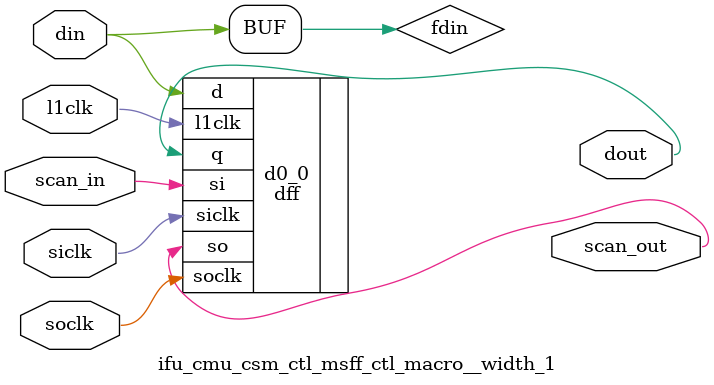
<source format=v>
module ifu_cmu_csm_ctl (
  l1clk, 
  scan_in, 
  spc_aclk, 
  spc_bclk, 
  ftu_cmiss, 
  ftu_redirect, 
  ftu_inv_req, 
  lsc_l15_valid, 
  mct_fill_complete, 
  cmu_data_ready, 
  cmu_has_dup_miss, 
  cmu_mbhit_c, 
  mct_rst_dupmiss, 
  mct_ignore_cmiss, 
  mdp_mbhit_q, 
  csm_valid_req, 
  cmu_null_st, 
  cmu_dupmiss_st, 
  cmu_req_st, 
  cmu_canleave_st, 
  scan_out) ;
wire siclk;
wire soclk;
wire inv_req_reg_scanin;
wire inv_req_reg_scanout;
wire inv_req_ff;
wire redirect_reg_scanin;
wire redirect_reg_scanout;
wire ftu_redirect_lat;
wire go_to_null_state;
wire null_state;
wire req_state;
wire canleave_state;
wire fillwait_state;
wire dupmiss_state;
wire invreq_state;
wire next_null_state_;
wire null_state_;
wire null_state_reg_scanin;
wire null_state_reg_scanout;
wire go_to_req_state;
wire next_req_state;
wire req_state_reg_scanin;
wire req_state_reg_scanout;
wire go_to_canleave_state;
wire next_canleave_state;
wire canleave_state_reg_scanin;
wire canleave_state_reg_scanout;
wire go_to_retwait_state;
wire retwait_state;
wire next_retwait_state;
wire retwait_state_reg_scanin;
wire retwait_state_reg_scanout;
wire go_to_fillwait_state;
wire next_fillwait_state;
wire fillwait_state_reg_scanin;
wire fillwait_state_reg_scanout;
wire go_to_dupmiss_state;
wire next_dupmiss_state;
wire dupmiss_state_reg_scanin;
wire dupmiss_state_reg_scanout;
wire go_to_invreq_state;
wire next_invreq_state;
wire invreq_state_reg_scanin;
wire invreq_state_reg_scanout;


input l1clk;
input scan_in;
input spc_aclk;
input spc_bclk;

input ftu_cmiss;            // cmiss request
input ftu_redirect;         // indicates the thread is flushed/redirected
input ftu_inv_req;          // invalidation request
input lsc_l15_valid;        // req sent to gkt
input mct_fill_complete;    // indicates that fill has been completed

input cmu_data_ready;       // gkt rtn data and is ready to be written to I$
input cmu_has_dup_miss;     // from MB ctl logic, current thread has outstanding duplicate miss.
input cmu_mbhit_c;          // from MB ctl logic, current thread hits in missbuff, it is not real miss

input mct_rst_dupmiss;      // comes on with data_ready, all dup miss waiting on current thread are reset.
input mct_ignore_cmiss;     // current cmiss is a duplicate miss which needs to be ignored, data sent to I$.
input mdp_mbhit_q;          // A qualified mbhit


output csm_valid_req;         // valid request indicator
output cmu_null_st;
output    cmu_dupmiss_st;
output    cmu_req_st;
output    cmu_canleave_st;

   

output scan_out;

// scan renames
assign siclk = spc_aclk;
assign soclk = spc_bclk;
// end scan


// flop inv_req.
// It means that inv_req will not take part in arbitration for
// two cycles after it arrives.
ifu_cmu_csm_ctl_msff_ctl_macro__width_1 inv_req_reg  (
 .scan_in(inv_req_reg_scanin),
 .scan_out(inv_req_reg_scanout),
 .l1clk(l1clk),
 .din  (ftu_inv_req),
 .dout (inv_req_ff),
  .siclk(siclk),
  .soclk(soclk)
);

// flop ftu_redirect
// use the delayed version for qualifying valid req.
// clearing of wom bits in mct should also use delayed version.
// use raw version to clear dup miss states

ifu_cmu_csm_ctl_msff_ctl_macro__width_1 redirect_reg  (
 .scan_in(redirect_reg_scanin),
 .scan_out(redirect_reg_scanout),
 .l1clk(l1clk),
 .din  (ftu_redirect),
 .dout (ftu_redirect_lat),
  .siclk(siclk),
  .soclk(soclk)
);

///////////////////////////////////////////////////
// CASE STATEMENT DESCRIPTION OF TSM MACHINE
///////////////////////////////////////////////////
//case(`CSM_STATE)
//  `NULL_ST:
//    if (~(ftu_cmiss & ~mct_ignore_cmiss) & ~inv_req_ff)
//      next_state = `NULL_ST;
//    if (ftu_cmiss & ~cmu_mbhit_c)
//      next_state = `REQ_ST;
//    if (ftu_cmiss & cmu_mbhit_c & ~ignore_cmiss)
//      next_state = `DUPMISS_ST;
//    if (inv_req_ff)
//      next_state = `INVREQ_ST;
//
//  `REQ_ST:
//    if (lsc_l15_valid)
//      next_state = `RETWAIT_ST;
//    if (~lsc_l15_valid & ftu_redirect_lat & cmu_has_dup_miss)
//      next_state = `CANLEAVE_ST;
//    if (~lsc_l15_valid & ftu_redirect_lat & ~cmu_has_dup_miss & mdp_mbhit_q)
//      next_state = `CANLEAVE_ST;
//    if (~lsc_l15_valid & ftu_redirect_lat & ~cmu_has_dup_miss & ~mdp_mbhit_q)
//      next_state = `NULL_ST;
//    if (~lsc_l15_valid & ~ftu_redirect_lat)
//      next_state = `REQ_ST;
//
//  `CANLEAVE_ST:
//    if (lsc_l15_valid)
//      next_state = `RETWAIT_ST;
//    if (~lsc_l15_valid & ~cmu_has_dup_miss & ~mdp_mbhit_q)
//      next_state = `NULL_ST;
//    if (~lsc_l15_valid & cmu_has_dup_miss)
//      next_state = `CANLEAVE_ST;
//    if (~lsc_l15_valid & mdp_mbhit_q)
//      next_state = `CANLEAVE_ST;
//
//  `RETWAIT_ST:
//    if (~cmu_data_ready)
//      next_state = `RETWAIT_ST;
//    if (cmu_data_ready)
//      next_state = `FILLWAIT_ST;
//
//  `FILLWAIT_ST:
//    if (~mct_fill_complete)
//      next_state = `FILLWAIT_ST;
//    if (mct_fill_complete)
//      next_state = `NULL_ST;
//
//  `DUPMISS_ST:
//    if (~ftu_redirect & ~mct_rst_dupmiss)
//      next_state = `DUPMISS_ST;
//    if (ftu_redirect | mct_rst_dupmiss)
//      next_state = `NULL_ST;
//
//  `INVREQ_ST:
//    if (lsc_l15_valid)
//      next_state = `NULL_ST;
//    if (~lsc_l15_valid)
//      next_state = `INVREQ_ST;
//
// endcase
//
// 

// 0in one_hot -var {null_state,req_state,canleave_state,retwait_state,fillwait_state,dupmiss_state,invreq_state}
////////////////////////////////////////////////////////
// NULL STATE
////////////////////////////////////////////////////////
// cmu_mbhit_c indicates a duplicate miss
// ignore_cmiss indicates a duplicate miss which needs to be ignored
//
// null_st is default state.
// 
assign go_to_null_state = (null_state & ~(ftu_cmiss & ~mct_ignore_cmiss) & ~inv_req_ff)  | 
                          (req_state & ~lsc_l15_valid & ftu_redirect_lat & ~cmu_has_dup_miss & ~mdp_mbhit_q) |
                          (canleave_state & ~lsc_l15_valid & ~cmu_has_dup_miss & ~mdp_mbhit_q) |
                          (fillwait_state & mct_fill_complete)  |
                          (dupmiss_state & (ftu_redirect | mct_rst_dupmiss)) |
                          (invreq_state & lsc_l15_valid);

assign next_null_state_ = ~go_to_null_state;

assign null_state       = ~null_state_;

ifu_cmu_csm_ctl_msff_ctl_macro__width_1 null_state_reg  (
 .scan_in(null_state_reg_scanin),
 .scan_out(null_state_reg_scanout),
 .l1clk(l1clk),
 .din  (next_null_state_),
 .dout (null_state_),
  .siclk(siclk),
  .soclk(soclk)
);

////////////////////////////////////////////////////////
// REQUEST STATE
////////////////////////////////////////////////////////
// Go to request state on a real miss
// Stay in request state until the request is sent out or redirect.
assign go_to_req_state  = (null_state & ftu_cmiss & ~cmu_mbhit_c) | 
                          (req_state & ~lsc_l15_valid & ~ftu_redirect_lat) ;

assign next_req_state   = go_to_req_state;

ifu_cmu_csm_ctl_msff_ctl_macro__width_1 req_state_reg  (
 .scan_in(req_state_reg_scanin),
 .scan_out(req_state_reg_scanout),
 .l1clk(l1clk),
 .din  (next_req_state),
 .dout (req_state),
  .siclk(siclk),
  .soclk(soclk)
);

////////////////////////////////////////////////////////
// CANLEAVE STATE
////////////////////////////////////////////////////////
// Go to canleave_st when a real miss is flushed, but it has
// other outstanding duplicate misses waiting on it.
// Leave canleave_st when the request is sent out, or it has no
// other duplicate misses waiting on it (This can happen if
// all duplicate misses get flushed out).
assign go_to_canleave_state = (req_state & ftu_redirect_lat & cmu_has_dup_miss & ~lsc_l15_valid) |
                              (req_state & ftu_redirect_lat & mdp_mbhit_q & ~lsc_l15_valid) |
                              (canleave_state & cmu_has_dup_miss & ~lsc_l15_valid) |
                              (canleave_state & mdp_mbhit_q & ~lsc_l15_valid);

assign next_canleave_state = go_to_canleave_state;

ifu_cmu_csm_ctl_msff_ctl_macro__width_1 canleave_state_reg  (
 .scan_in(canleave_state_reg_scanin),
 .scan_out(canleave_state_reg_scanout),
 .l1clk(l1clk),
 .din  (next_canleave_state),
 .dout (canleave_state),
  .siclk(siclk),
  .soclk(soclk)
);

////////////////////////////////////////////////////////
// Return Wait State
////////////////////////////////////////////////////////
// Go to return wait state when a request is sent to gkt/xbar.
// Stay in this state until data comes back and data_ready is
// signalled to ifu.
assign go_to_retwait_state  = (req_state & lsc_l15_valid) | 
                              (canleave_state & lsc_l15_valid) |
                              (retwait_state & ~cmu_data_ready);

assign next_retwait_state   = go_to_retwait_state;


ifu_cmu_csm_ctl_msff_ctl_macro__width_1 retwait_state_reg  (
 .scan_in(retwait_state_reg_scanin),
 .scan_out(retwait_state_reg_scanout),
 .l1clk(l1clk),
 .din  (next_retwait_state),
 .dout (retwait_state),
  .siclk(siclk),
  .soclk(soclk)
);

////////////////////////////////////////////////////////
// Fill Wait State
////////////////////////////////////////////////////////
// Fillwait_st indicates that data_ready has been sent, wait
// until fill_complete is  signalled by ifu
assign go_to_fillwait_state = (retwait_state & cmu_data_ready ) | 
                              (fillwait_state & ~mct_fill_complete);
assign next_fillwait_state  = go_to_fillwait_state;

ifu_cmu_csm_ctl_msff_ctl_macro__width_1 fillwait_state_reg  (
 .scan_in(fillwait_state_reg_scanin),
 .scan_out(fillwait_state_reg_scanout),
 .l1clk(l1clk),
 .din  (next_fillwait_state),
 .dout (fillwait_state),
  .siclk(siclk),
  .soclk(soclk)
);

////////////////////////////////////////////////////////
// DupMiss State
////////////////////////////////////////////////////////
// go to dupmiss_st on a dup miss.
assign go_to_dupmiss_state = (null_state & ftu_cmiss & cmu_mbhit_c & ~mct_ignore_cmiss) |
                             (dupmiss_state & ~ftu_redirect & ~mct_rst_dupmiss);

assign next_dupmiss_state = go_to_dupmiss_state;

ifu_cmu_csm_ctl_msff_ctl_macro__width_1 dupmiss_state_reg  (
 .scan_in(dupmiss_state_reg_scanin),
 .scan_out(dupmiss_state_reg_scanout),
 .l1clk(l1clk),
 .din  (next_dupmiss_state),
 .dout (dupmiss_state),
  .siclk(siclk),
  .soclk(soclk)
);

////////////////////////////////////////////////////////
// INVREQ STATE
////////////////////////////////////////////////////////
// go to invreq state on a invalidation request.
assign go_to_invreq_state = (null_state & inv_req_ff) |
                            (invreq_state & ~lsc_l15_valid);

assign next_invreq_state = go_to_invreq_state;

ifu_cmu_csm_ctl_msff_ctl_macro__width_1 invreq_state_reg  (
 .scan_in(invreq_state_reg_scanin),
 .scan_out(invreq_state_reg_scanout),
 .l1clk(l1clk),
 .din  (next_invreq_state),
 .dout (invreq_state),
  .siclk(siclk),
  .soclk(soclk)
);

////////////////////////////////////////////////////////
// State Machine output signals
////////////////////////////////////////////////////////
// csm_valid_req indicates that a valid request exists which
// takes part in arbitration
// If a request was sent out previous cycle, then the thread
// will still be in REQ state this cycle. Validreq will still come
// on for this thread, but it will get killed in lsi_ctl before
// it takes part in arbitration.

// To ease timing, mbhit_q is not used to generate the valid req.
// valid_req comes on if
//  1. in req state, and no flush or has_dup_miss.
//     if a flush happens and there are no dup misses, then the thread
//     will not take part in arb, even though a new dup miss could be
//     happening at the same time. The new dup miss will show up in
//     can_leave state the next cycle.
// 2.  in canleave state and has_dup_miss. Again, if in canleave state
//     and no dup miss, then thread will not take part in arb even though
//     a dup miss could be happening in same cycle. The dup miss will
//     force the state the stay in can_leave and it will set the has_dup
//     signal next cycle. So the thread will take part in arb next cycle.
// 3.  In inv_req state.


assign csm_valid_req = (req_state & ~(ftu_redirect_lat & ~cmu_has_dup_miss)) |
                       (canleave_state & cmu_has_dup_miss) |
                       (invreq_state);  


// cmu_cmiss_is_sent
// Indicates that a request has been sent.
// This signal serves two purposes:
// 1. used in conjunction with has_dup_miss in msb_ctl and ifu_ftu to
//    qualify missbuffer hits.
//    If a parent thread has not been sent, and it has a redirect, and
//    it does not have other dup misses outstanding, then an incoming
//    thread cannot hit on it.
// 2. Used by ifu to get out of no_new_miss state.
//assign cmu_cmiss_is_sent = lsc_l15_valid | retwait_state | fillwait_state;

// wom_valid bit for each thread comes on when the thread is in dupmiss_st or the req
// has been sent and thread has not been redirected.
// wom_valid is used to qualify bypass for the thread. 
// Bypass to a thread only if its wom_valid bit is set.
// dup WOM bit is not reset if there is redirect and req. is already sent. In this scenario,
// bypass is not valid. Hence generating this wom_valid signal to ignore the wom bit.

//assign csm_wom_valid = ~null_state & ~reqredirect_state ;

assign cmu_null_st = null_state;
assign cmu_dupmiss_st = dupmiss_state;
assign cmu_req_st = req_state;
assign cmu_canleave_st = canleave_state;

   
supply0 vss;
supply1 vdd;
// fixscan start:
assign inv_req_reg_scanin        = scan_in                  ;
assign redirect_reg_scanin       = inv_req_reg_scanout      ;
assign null_state_reg_scanin     = redirect_reg_scanout     ;
assign req_state_reg_scanin      = null_state_reg_scanout   ;
assign canleave_state_reg_scanin = req_state_reg_scanout    ;
assign retwait_state_reg_scanin  = canleave_state_reg_scanout;
assign fillwait_state_reg_scanin = retwait_state_reg_scanout;
assign dupmiss_state_reg_scanin  = fillwait_state_reg_scanout;
assign invreq_state_reg_scanin   = dupmiss_state_reg_scanout;
assign scan_out                  = invreq_state_reg_scanout ;
// fixscan end:
endmodule






// any PARAMS parms go into naming of macro

module ifu_cmu_csm_ctl_msff_ctl_macro__width_1 (
  din, 
  l1clk, 
  scan_in, 
  siclk, 
  soclk, 
  dout, 
  scan_out);
wire [0:0] fdin;

  input [0:0] din;
  input l1clk;
  input scan_in;


  input siclk;
  input soclk;

  output [0:0] dout;
  output scan_out;
assign fdin[0:0] = din[0:0];






dff #(1)  d0_0 (
.l1clk(l1clk),
.siclk(siclk),
.soclk(soclk),
.d(fdin[0:0]),
.si(scan_in),
.so(scan_out),
.q(dout[0:0])
);












endmodule









</source>
